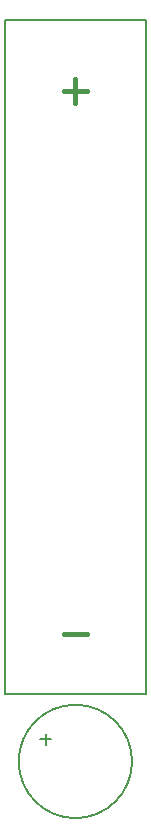
<source format=gbo>
G04 #@! TF.GenerationSoftware,KiCad,Pcbnew,no-vcs-found-835c19f~60~ubuntu16.04.1*
G04 #@! TF.CreationDate,2017-10-18T23:24:13+01:00*
G04 #@! TF.ProjectId,altimeter,616C74696D657465722E6B696361645F,rev?*
G04 #@! TF.SameCoordinates,Original*
G04 #@! TF.FileFunction,Legend,Bot*
G04 #@! TF.FilePolarity,Positive*
%FSLAX46Y46*%
G04 Gerber Fmt 4.6, Leading zero omitted, Abs format (unit mm)*
G04 Created by KiCad (PCBNEW no-vcs-found-835c19f~60~ubuntu16.04.1) date Wed Oct 18 23:24:13 2017*
%MOMM*%
%LPD*%
G01*
G04 APERTURE LIST*
%ADD10C,0.200000*%
%ADD11C,0.400000*%
%ADD12C,0.154000*%
%ADD13C,0.150000*%
G04 APERTURE END LIST*
D10*
X97957142Y-132385714D02*
X97042857Y-132385714D01*
X97500000Y-132842857D02*
X97500000Y-131928571D01*
D11*
X101000000Y-123500000D02*
X99000000Y-123500000D01*
D12*
X100000000Y-123500000D02*
X101000000Y-123500000D01*
D11*
X101000000Y-77500000D02*
X99000000Y-77500000D01*
X100000000Y-78500000D02*
X100000000Y-76500000D01*
D12*
X94000000Y-128500000D02*
X106000000Y-128500000D01*
X94000000Y-71500000D02*
X94000000Y-128500000D01*
X106000000Y-71500000D02*
X94000000Y-71500000D01*
X106000000Y-100000000D02*
X106000000Y-71500000D01*
X106000000Y-100000000D02*
X106000000Y-128500000D01*
D13*
X104800000Y-134250000D02*
G75*
G03X104800000Y-134250000I-4800000J0D01*
G01*
M02*

</source>
